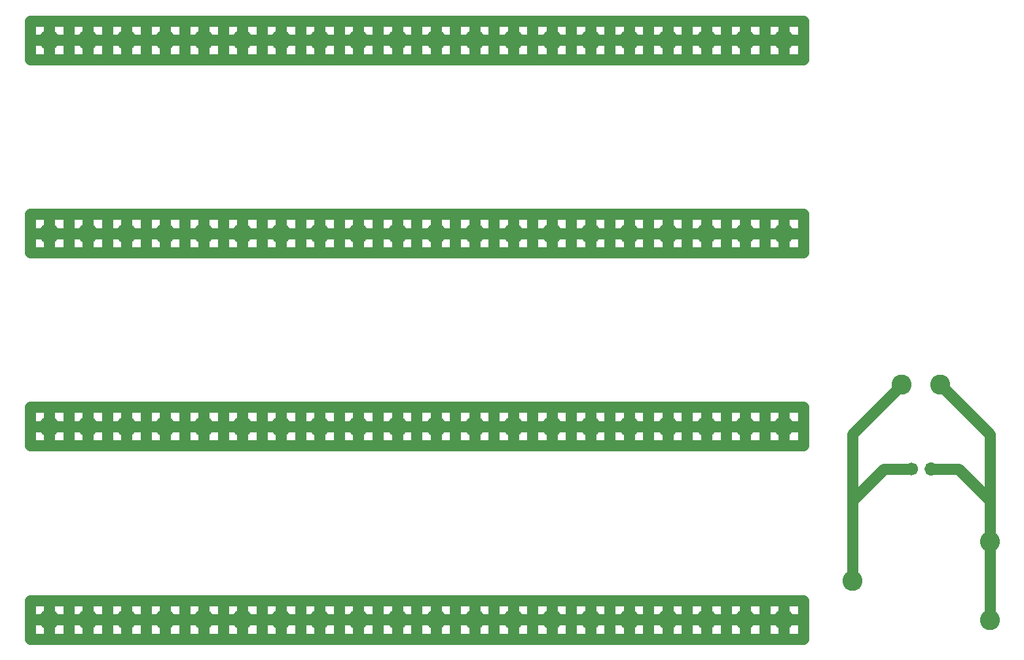
<source format=gbr>
G04 #@! TF.GenerationSoftware,KiCad,Pcbnew,7.0.7*
G04 #@! TF.CreationDate,2024-01-31T11:47:32+01:00*
G04 #@! TF.ProjectId,PartnerPDM,50617274-6e65-4725-9044-4d2e6b696361,rev?*
G04 #@! TF.SameCoordinates,Original*
G04 #@! TF.FileFunction,Copper,L2,Bot*
G04 #@! TF.FilePolarity,Positive*
%FSLAX46Y46*%
G04 Gerber Fmt 4.6, Leading zero omitted, Abs format (unit mm)*
G04 Created by KiCad (PCBNEW 7.0.7) date 2024-01-31 11:47:32*
%MOMM*%
%LPD*%
G01*
G04 APERTURE LIST*
G04 #@! TA.AperFunction,ComponentPad*
%ADD10C,2.600000*%
G04 #@! TD*
G04 #@! TA.AperFunction,ComponentPad*
%ADD11C,1.700000*%
G04 #@! TD*
G04 #@! TA.AperFunction,ComponentPad*
%ADD12O,1.700000X1.700000*%
G04 #@! TD*
G04 #@! TA.AperFunction,Conductor*
%ADD13C,1.400000*%
G04 #@! TD*
G04 #@! TA.AperFunction,Conductor*
%ADD14C,0.250000*%
G04 #@! TD*
G04 #@! TA.AperFunction,Conductor*
%ADD15C,0.000000*%
G04 #@! TD*
G04 APERTURE END LIST*
D10*
X125000000Y-47505000D03*
X120000000Y-47505000D03*
X115000000Y-47505000D03*
X110000000Y-47505000D03*
X65000000Y-47505000D03*
X60000000Y-47505000D03*
X55000000Y-47505000D03*
X50000000Y-47505000D03*
X105000000Y-47505000D03*
X100000000Y-47505000D03*
X95000000Y-47505000D03*
X90000000Y-47505000D03*
X145000000Y-47505000D03*
X140000000Y-47505000D03*
X135000000Y-47505000D03*
X130000000Y-47505000D03*
X85000000Y-47505000D03*
X80000000Y-47505000D03*
X75000000Y-47505000D03*
X70000000Y-47505000D03*
X125000000Y-72503333D03*
X120000000Y-72503333D03*
X115000000Y-72503333D03*
X110000000Y-72503333D03*
X65000000Y-72503333D03*
X60000000Y-72503333D03*
X55000000Y-72503333D03*
X50000000Y-72503333D03*
X85000000Y-72503333D03*
X80000000Y-72503333D03*
X75000000Y-72503333D03*
X70000000Y-72503333D03*
X145000000Y-72503333D03*
X140000000Y-72503333D03*
X135000000Y-72503333D03*
X130000000Y-72503333D03*
X105000000Y-72503333D03*
X100000000Y-72503333D03*
X95000000Y-72503333D03*
X90000000Y-72503333D03*
X125000000Y-97501666D03*
X120000000Y-97501666D03*
X115000000Y-97501666D03*
X110000000Y-97501666D03*
X85000000Y-97501666D03*
X80000000Y-97501666D03*
X75000000Y-97501666D03*
X70000000Y-97501666D03*
X105000000Y-97501666D03*
X100000000Y-97501666D03*
X95000000Y-97501666D03*
X90000000Y-97501666D03*
X165261521Y-92113750D03*
X160261521Y-92113750D03*
X105000000Y-122500000D03*
X100000000Y-122500000D03*
X95000000Y-122500000D03*
X90000000Y-122500000D03*
D11*
X161481521Y-103023750D03*
D12*
X164021521Y-103023750D03*
D10*
X145000000Y-97501666D03*
X140000000Y-97501666D03*
X135000000Y-97501666D03*
X130000000Y-97501666D03*
X65000000Y-97501666D03*
X60000000Y-97501666D03*
X55000000Y-97501666D03*
X50000000Y-97501666D03*
X85000000Y-122500000D03*
X80000000Y-122500000D03*
X75000000Y-122500000D03*
X70000000Y-122500000D03*
X145000000Y-122500000D03*
X140000000Y-122500000D03*
X135000000Y-122500000D03*
X130000000Y-122500000D03*
X153866521Y-117500000D03*
X171646521Y-122580000D03*
X171646521Y-112420000D03*
X65000000Y-122500000D03*
X60000000Y-122500000D03*
X55000000Y-122500000D03*
X50000000Y-122500000D03*
X125000000Y-122500000D03*
X120000000Y-122500000D03*
X115000000Y-122500000D03*
X110000000Y-122500000D03*
D13*
X145000000Y-45000000D02*
X145000000Y-47500000D01*
X50000000Y-47500000D02*
X145000000Y-47500000D01*
X47500000Y-47500000D02*
X47500000Y-45000000D01*
X132500000Y-50000000D02*
X132500000Y-45000000D01*
X132500000Y-50000000D02*
X130000000Y-50000000D01*
X135000000Y-50000000D02*
X132500000Y-50000000D01*
X90000000Y-50000000D02*
X90000000Y-45000000D01*
X50000000Y-50000000D02*
X47500000Y-50000000D01*
X142500000Y-45000000D02*
X145000000Y-45000000D01*
X140000000Y-45000000D02*
X142500000Y-45000000D01*
X47500000Y-45000000D02*
X50000000Y-45000000D01*
X47500000Y-50000000D02*
X47500000Y-47500000D01*
X62500000Y-45000000D02*
X67500000Y-45000000D01*
X75000000Y-50000000D02*
X72500000Y-50000000D01*
X50000000Y-45000000D02*
X52500000Y-45000000D01*
X85000000Y-50000000D02*
X82500000Y-50000000D01*
X140000000Y-50000000D02*
X137500000Y-50000000D01*
X52500000Y-50000000D02*
X50000000Y-50000000D01*
X60000000Y-50000000D02*
X60000000Y-45000000D01*
X82500000Y-45000000D02*
X85000000Y-45000000D01*
X70000000Y-50000000D02*
X67500000Y-50000000D01*
X120000000Y-50000000D02*
X120000000Y-45000000D01*
X147500000Y-50000000D02*
X147500000Y-47500000D01*
X57500000Y-45000000D02*
X62500000Y-45000000D01*
X62500000Y-50000000D02*
X62500000Y-45000000D01*
X62500000Y-50000000D02*
X52500000Y-50000000D01*
X72500000Y-45000000D02*
X75000000Y-45000000D01*
X67500000Y-50000000D02*
X67500000Y-45000000D01*
X145000000Y-50000000D02*
X142500000Y-50000000D01*
X52500000Y-45000000D02*
X55000000Y-45000000D01*
X57500000Y-50000000D02*
X55000000Y-50000000D01*
X147500000Y-47500000D02*
X145000000Y-47500000D01*
X147500000Y-50000000D02*
X145000000Y-50000000D01*
X67500000Y-45000000D02*
X70000000Y-45000000D01*
X77500000Y-45000000D02*
X80000000Y-45000000D01*
X70000000Y-45000000D02*
X72500000Y-45000000D01*
X147500000Y-45000000D02*
X145000000Y-45000000D01*
X137500000Y-50000000D02*
X137500000Y-45000000D01*
X50000000Y-47500000D02*
X47500000Y-47500000D01*
X135000000Y-45000000D02*
X137500000Y-45000000D01*
X80000000Y-50000000D02*
X77500000Y-50000000D01*
X55000000Y-45000000D02*
X57500000Y-45000000D01*
X57500000Y-50000000D02*
X57500000Y-45000000D01*
X82500000Y-50000000D02*
X80000000Y-50000000D01*
X67500000Y-50000000D02*
X65000000Y-50000000D01*
X112500000Y-50000000D02*
X112500000Y-45000000D01*
X120000000Y-50000000D02*
X117500000Y-50000000D01*
X142500000Y-50000000D02*
X142500000Y-45000000D01*
X107500000Y-50000000D02*
X107500000Y-45000000D01*
X130000000Y-50000000D02*
X130000000Y-45000000D01*
X77500000Y-50000000D02*
X77500000Y-45000000D01*
X92500000Y-50000000D02*
X92500000Y-45000000D01*
X87500000Y-50000000D02*
X87500000Y-45000000D01*
X52500000Y-50000000D02*
X52500000Y-45000000D01*
X87500000Y-50000000D02*
X85000000Y-50000000D01*
X140000000Y-50000000D02*
X140000000Y-45000000D01*
X110000000Y-45000000D02*
X112500000Y-45000000D01*
X137500000Y-50000000D02*
X135000000Y-50000000D01*
X65000000Y-50000000D02*
X65000000Y-45000000D01*
X117500000Y-45000000D02*
X120000000Y-45000000D01*
X117500000Y-50000000D02*
X115000000Y-50000000D01*
X102500000Y-45000000D02*
X105000000Y-45000000D01*
X102500000Y-50000000D02*
X102500000Y-45000000D01*
X107500000Y-45000000D02*
X110000000Y-45000000D01*
X115000000Y-45000000D02*
X117500000Y-45000000D01*
X110000000Y-50000000D02*
X107500000Y-50000000D01*
X147500000Y-47500000D02*
X147500000Y-45000000D01*
X95000000Y-50000000D02*
X95000000Y-45000000D01*
X92500000Y-45000000D02*
X97500000Y-45000000D01*
X117500000Y-50000000D02*
X117500000Y-45000000D01*
X80000000Y-45000000D02*
X82500000Y-45000000D01*
X85000000Y-45000000D02*
X87500000Y-45000000D01*
X107500000Y-50000000D02*
X105000000Y-50000000D01*
X100000000Y-50000000D02*
X97500000Y-50000000D01*
X87500000Y-45000000D02*
X90000000Y-45000000D01*
X90000000Y-50000000D02*
X87500000Y-50000000D01*
X82500000Y-50000000D02*
X82500000Y-45000000D01*
X80000000Y-50000000D02*
X80000000Y-45000000D01*
X105000000Y-50000000D02*
X105000000Y-45000000D01*
X92500000Y-50000000D02*
X90000000Y-50000000D01*
X122500000Y-50000000D02*
X120000000Y-50000000D01*
X100000000Y-45000000D02*
X102500000Y-45000000D01*
X142500000Y-50000000D02*
X140000000Y-50000000D01*
X115000000Y-50000000D02*
X115000000Y-45000000D01*
X85000000Y-50000000D02*
X85000000Y-45000000D01*
X112500000Y-50000000D02*
X110000000Y-50000000D01*
X70000000Y-50000000D02*
X70000000Y-45000000D01*
X120000000Y-45000000D02*
X122500000Y-45000000D01*
X97500000Y-45000000D02*
X100000000Y-45000000D01*
X122500000Y-45000000D02*
X125000000Y-45000000D01*
X110000000Y-50000000D02*
X110000000Y-45000000D01*
X105000000Y-50000000D02*
X102500000Y-50000000D01*
X125000000Y-50000000D02*
X125000000Y-45000000D01*
X130000000Y-45000000D02*
X132500000Y-45000000D01*
X115000000Y-50000000D02*
X112500000Y-50000000D01*
X72500000Y-50000000D02*
X72500000Y-45000000D01*
X95000000Y-50000000D02*
X92500000Y-50000000D01*
X102500000Y-50000000D02*
X100000000Y-50000000D01*
X135000000Y-50000000D02*
X135000000Y-45000000D01*
X50000000Y-50000000D02*
X50000000Y-45000000D01*
X127500000Y-45000000D02*
X130000000Y-45000000D01*
X97500000Y-50000000D02*
X97500000Y-45000000D01*
X125000000Y-50000000D02*
X122500000Y-50000000D01*
X112500000Y-45000000D02*
X115000000Y-45000000D01*
X55000000Y-50000000D02*
X55000000Y-45000000D01*
X127500000Y-50000000D02*
X127500000Y-45000000D01*
X75000000Y-45000000D02*
X77500000Y-45000000D01*
X97500000Y-50000000D02*
X95000000Y-50000000D01*
X75000000Y-50000000D02*
X75000000Y-45000000D01*
X132500000Y-45000000D02*
X135000000Y-45000000D01*
X125000000Y-45000000D02*
X127500000Y-45000000D01*
X105000000Y-45000000D02*
X107500000Y-45000000D01*
X130000000Y-50000000D02*
X127500000Y-50000000D01*
X137500000Y-45000000D02*
X140000000Y-45000000D01*
X127500000Y-50000000D02*
X125000000Y-50000000D01*
X77500000Y-50000000D02*
X75000000Y-50000000D01*
X65000000Y-50000000D02*
X60000000Y-50000000D01*
X100000000Y-50000000D02*
X100000000Y-45000000D01*
X122500000Y-50000000D02*
X122500000Y-45000000D01*
X90000000Y-45000000D02*
X92500000Y-45000000D01*
X145000000Y-50000000D02*
X145000000Y-47500000D01*
X60000000Y-50000000D02*
X57500000Y-50000000D01*
X72500000Y-50000000D02*
X70000000Y-50000000D01*
X145000000Y-70000000D02*
X145000000Y-72500000D01*
X50000000Y-72500000D02*
X145000000Y-72500000D01*
X47500000Y-72500000D02*
X47500000Y-70000000D01*
X132500000Y-75000000D02*
X132500000Y-70000000D01*
X132500000Y-75000000D02*
X130000000Y-75000000D01*
X135000000Y-75000000D02*
X132500000Y-75000000D01*
X90000000Y-75000000D02*
X90000000Y-70000000D01*
X50000000Y-75000000D02*
X47500000Y-75000000D01*
X142500000Y-70000000D02*
X145000000Y-70000000D01*
X140000000Y-70000000D02*
X142500000Y-70000000D01*
X47500000Y-70000000D02*
X50000000Y-70000000D01*
X47500000Y-75000000D02*
X47500000Y-72500000D01*
X62500000Y-70000000D02*
X67500000Y-70000000D01*
X75000000Y-75000000D02*
X72500000Y-75000000D01*
X50000000Y-70000000D02*
X52500000Y-70000000D01*
X85000000Y-75000000D02*
X82500000Y-75000000D01*
X140000000Y-75000000D02*
X137500000Y-75000000D01*
X52500000Y-75000000D02*
X50000000Y-75000000D01*
X60000000Y-75000000D02*
X60000000Y-70000000D01*
X82500000Y-70000000D02*
X85000000Y-70000000D01*
X70000000Y-75000000D02*
X67500000Y-75000000D01*
X120000000Y-75000000D02*
X120000000Y-70000000D01*
X147500000Y-75000000D02*
X147500000Y-72500000D01*
X57500000Y-70000000D02*
X62500000Y-70000000D01*
X62500000Y-75000000D02*
X62500000Y-70000000D01*
X62500000Y-75000000D02*
X52500000Y-75000000D01*
X72500000Y-70000000D02*
X75000000Y-70000000D01*
X67500000Y-75000000D02*
X67500000Y-70000000D01*
X145000000Y-75000000D02*
X142500000Y-75000000D01*
X52500000Y-70000000D02*
X55000000Y-70000000D01*
X57500000Y-75000000D02*
X55000000Y-75000000D01*
X147500000Y-72500000D02*
X145000000Y-72500000D01*
X147500000Y-75000000D02*
X145000000Y-75000000D01*
X67500000Y-70000000D02*
X70000000Y-70000000D01*
X77500000Y-70000000D02*
X80000000Y-70000000D01*
X70000000Y-70000000D02*
X72500000Y-70000000D01*
X147500000Y-70000000D02*
X145000000Y-70000000D01*
X137500000Y-75000000D02*
X137500000Y-70000000D01*
X50000000Y-72500000D02*
X47500000Y-72500000D01*
X135000000Y-70000000D02*
X137500000Y-70000000D01*
X80000000Y-75000000D02*
X77500000Y-75000000D01*
X55000000Y-70000000D02*
X57500000Y-70000000D01*
X57500000Y-75000000D02*
X57500000Y-70000000D01*
X82500000Y-75000000D02*
X80000000Y-75000000D01*
X67500000Y-75000000D02*
X65000000Y-75000000D01*
X112500000Y-75000000D02*
X112500000Y-70000000D01*
X120000000Y-75000000D02*
X117500000Y-75000000D01*
X142500000Y-75000000D02*
X142500000Y-70000000D01*
X107500000Y-75000000D02*
X107500000Y-70000000D01*
X130000000Y-75000000D02*
X130000000Y-70000000D01*
X77500000Y-75000000D02*
X77500000Y-70000000D01*
X92500000Y-75000000D02*
X92500000Y-70000000D01*
X87500000Y-75000000D02*
X87500000Y-70000000D01*
X52500000Y-75000000D02*
X52500000Y-70000000D01*
X87500000Y-75000000D02*
X85000000Y-75000000D01*
X140000000Y-75000000D02*
X140000000Y-70000000D01*
X110000000Y-70000000D02*
X112500000Y-70000000D01*
X137500000Y-75000000D02*
X135000000Y-75000000D01*
X65000000Y-75000000D02*
X65000000Y-70000000D01*
X117500000Y-70000000D02*
X120000000Y-70000000D01*
X117500000Y-75000000D02*
X115000000Y-75000000D01*
X102500000Y-70000000D02*
X105000000Y-70000000D01*
X102500000Y-75000000D02*
X102500000Y-70000000D01*
X107500000Y-70000000D02*
X110000000Y-70000000D01*
X115000000Y-70000000D02*
X117500000Y-70000000D01*
X110000000Y-75000000D02*
X107500000Y-75000000D01*
X147500000Y-72500000D02*
X147500000Y-70000000D01*
X95000000Y-75000000D02*
X95000000Y-70000000D01*
X92500000Y-70000000D02*
X97500000Y-70000000D01*
X117500000Y-75000000D02*
X117500000Y-70000000D01*
X80000000Y-70000000D02*
X82500000Y-70000000D01*
X85000000Y-70000000D02*
X87500000Y-70000000D01*
X107500000Y-75000000D02*
X105000000Y-75000000D01*
X100000000Y-75000000D02*
X97500000Y-75000000D01*
X87500000Y-70000000D02*
X90000000Y-70000000D01*
X90000000Y-75000000D02*
X87500000Y-75000000D01*
X82500000Y-75000000D02*
X82500000Y-70000000D01*
X80000000Y-75000000D02*
X80000000Y-70000000D01*
X105000000Y-75000000D02*
X105000000Y-70000000D01*
X92500000Y-75000000D02*
X90000000Y-75000000D01*
X122500000Y-75000000D02*
X120000000Y-75000000D01*
X100000000Y-70000000D02*
X102500000Y-70000000D01*
X142500000Y-75000000D02*
X140000000Y-75000000D01*
X115000000Y-75000000D02*
X115000000Y-70000000D01*
X85000000Y-75000000D02*
X85000000Y-70000000D01*
X112500000Y-75000000D02*
X110000000Y-75000000D01*
X70000000Y-75000000D02*
X70000000Y-70000000D01*
X120000000Y-70000000D02*
X122500000Y-70000000D01*
X97500000Y-70000000D02*
X100000000Y-70000000D01*
X122500000Y-70000000D02*
X125000000Y-70000000D01*
X110000000Y-75000000D02*
X110000000Y-70000000D01*
X105000000Y-75000000D02*
X102500000Y-75000000D01*
X125000000Y-75000000D02*
X125000000Y-70000000D01*
X130000000Y-70000000D02*
X132500000Y-70000000D01*
X115000000Y-75000000D02*
X112500000Y-75000000D01*
X72500000Y-75000000D02*
X72500000Y-70000000D01*
X95000000Y-75000000D02*
X92500000Y-75000000D01*
X102500000Y-75000000D02*
X100000000Y-75000000D01*
X135000000Y-75000000D02*
X135000000Y-70000000D01*
X50000000Y-75000000D02*
X50000000Y-70000000D01*
X127500000Y-70000000D02*
X130000000Y-70000000D01*
X97500000Y-75000000D02*
X97500000Y-70000000D01*
X125000000Y-75000000D02*
X122500000Y-75000000D01*
X112500000Y-70000000D02*
X115000000Y-70000000D01*
X55000000Y-75000000D02*
X55000000Y-70000000D01*
X127500000Y-75000000D02*
X127500000Y-70000000D01*
X75000000Y-70000000D02*
X77500000Y-70000000D01*
X97500000Y-75000000D02*
X95000000Y-75000000D01*
X75000000Y-75000000D02*
X75000000Y-70000000D01*
X132500000Y-70000000D02*
X135000000Y-70000000D01*
X125000000Y-70000000D02*
X127500000Y-70000000D01*
X105000000Y-70000000D02*
X107500000Y-70000000D01*
X130000000Y-75000000D02*
X127500000Y-75000000D01*
X137500000Y-70000000D02*
X140000000Y-70000000D01*
X127500000Y-75000000D02*
X125000000Y-75000000D01*
X77500000Y-75000000D02*
X75000000Y-75000000D01*
X65000000Y-75000000D02*
X60000000Y-75000000D01*
X100000000Y-75000000D02*
X100000000Y-70000000D01*
X122500000Y-75000000D02*
X122500000Y-70000000D01*
X90000000Y-70000000D02*
X92500000Y-70000000D01*
X145000000Y-75000000D02*
X145000000Y-72500000D01*
X60000000Y-75000000D02*
X57500000Y-75000000D01*
X72500000Y-75000000D02*
X70000000Y-75000000D01*
X145000000Y-95000000D02*
X145000000Y-97500000D01*
X50000000Y-97500000D02*
X145000000Y-97500000D01*
X47500000Y-97500000D02*
X47500000Y-95000000D01*
X132500000Y-100000000D02*
X132500000Y-95000000D01*
X132500000Y-100000000D02*
X130000000Y-100000000D01*
X135000000Y-100000000D02*
X132500000Y-100000000D01*
X90000000Y-100000000D02*
X90000000Y-95000000D01*
X50000000Y-100000000D02*
X47500000Y-100000000D01*
X142500000Y-95000000D02*
X145000000Y-95000000D01*
X140000000Y-95000000D02*
X142500000Y-95000000D01*
X47500000Y-95000000D02*
X50000000Y-95000000D01*
X47500000Y-100000000D02*
X47500000Y-97500000D01*
X62500000Y-95000000D02*
X67500000Y-95000000D01*
X75000000Y-100000000D02*
X72500000Y-100000000D01*
X50000000Y-95000000D02*
X52500000Y-95000000D01*
X85000000Y-100000000D02*
X82500000Y-100000000D01*
X140000000Y-100000000D02*
X137500000Y-100000000D01*
X52500000Y-100000000D02*
X50000000Y-100000000D01*
X60000000Y-100000000D02*
X60000000Y-95000000D01*
X82500000Y-95000000D02*
X85000000Y-95000000D01*
X70000000Y-100000000D02*
X67500000Y-100000000D01*
X120000000Y-100000000D02*
X120000000Y-95000000D01*
X147500000Y-100000000D02*
X147500000Y-97500000D01*
X57500000Y-95000000D02*
X62500000Y-95000000D01*
X62500000Y-100000000D02*
X62500000Y-95000000D01*
X62500000Y-100000000D02*
X52500000Y-100000000D01*
X72500000Y-95000000D02*
X75000000Y-95000000D01*
X67500000Y-100000000D02*
X67500000Y-95000000D01*
X145000000Y-100000000D02*
X142500000Y-100000000D01*
X52500000Y-95000000D02*
X55000000Y-95000000D01*
X57500000Y-100000000D02*
X55000000Y-100000000D01*
X147500000Y-97500000D02*
X145000000Y-97500000D01*
X147500000Y-100000000D02*
X145000000Y-100000000D01*
X67500000Y-95000000D02*
X70000000Y-95000000D01*
X77500000Y-95000000D02*
X80000000Y-95000000D01*
X70000000Y-95000000D02*
X72500000Y-95000000D01*
X147500000Y-95000000D02*
X145000000Y-95000000D01*
X137500000Y-100000000D02*
X137500000Y-95000000D01*
X50000000Y-97500000D02*
X47500000Y-97500000D01*
X135000000Y-95000000D02*
X137500000Y-95000000D01*
X80000000Y-100000000D02*
X77500000Y-100000000D01*
X55000000Y-95000000D02*
X57500000Y-95000000D01*
X57500000Y-100000000D02*
X57500000Y-95000000D01*
X82500000Y-100000000D02*
X80000000Y-100000000D01*
X67500000Y-100000000D02*
X65000000Y-100000000D01*
X112500000Y-100000000D02*
X112500000Y-95000000D01*
X120000000Y-100000000D02*
X117500000Y-100000000D01*
X142500000Y-100000000D02*
X142500000Y-95000000D01*
X107500000Y-100000000D02*
X107500000Y-95000000D01*
X130000000Y-100000000D02*
X130000000Y-95000000D01*
X77500000Y-100000000D02*
X77500000Y-95000000D01*
X92500000Y-100000000D02*
X92500000Y-95000000D01*
X87500000Y-100000000D02*
X87500000Y-95000000D01*
X52500000Y-100000000D02*
X52500000Y-95000000D01*
X87500000Y-100000000D02*
X85000000Y-100000000D01*
X140000000Y-100000000D02*
X140000000Y-95000000D01*
X110000000Y-95000000D02*
X112500000Y-95000000D01*
X137500000Y-100000000D02*
X135000000Y-100000000D01*
X65000000Y-100000000D02*
X65000000Y-95000000D01*
X117500000Y-95000000D02*
X120000000Y-95000000D01*
X117500000Y-100000000D02*
X115000000Y-100000000D01*
X102500000Y-95000000D02*
X105000000Y-95000000D01*
X102500000Y-100000000D02*
X102500000Y-95000000D01*
X107500000Y-95000000D02*
X110000000Y-95000000D01*
X115000000Y-95000000D02*
X117500000Y-95000000D01*
X110000000Y-100000000D02*
X107500000Y-100000000D01*
X147500000Y-97500000D02*
X147500000Y-95000000D01*
X95000000Y-100000000D02*
X95000000Y-95000000D01*
X92500000Y-95000000D02*
X97500000Y-95000000D01*
X117500000Y-100000000D02*
X117500000Y-95000000D01*
X80000000Y-95000000D02*
X82500000Y-95000000D01*
X85000000Y-95000000D02*
X87500000Y-95000000D01*
X107500000Y-100000000D02*
X105000000Y-100000000D01*
X100000000Y-100000000D02*
X97500000Y-100000000D01*
X87500000Y-95000000D02*
X90000000Y-95000000D01*
X90000000Y-100000000D02*
X87500000Y-100000000D01*
X82500000Y-100000000D02*
X82500000Y-95000000D01*
X80000000Y-100000000D02*
X80000000Y-95000000D01*
X105000000Y-100000000D02*
X105000000Y-95000000D01*
X92500000Y-100000000D02*
X90000000Y-100000000D01*
X122500000Y-100000000D02*
X120000000Y-100000000D01*
X100000000Y-95000000D02*
X102500000Y-95000000D01*
X142500000Y-100000000D02*
X140000000Y-100000000D01*
X115000000Y-100000000D02*
X115000000Y-95000000D01*
X85000000Y-100000000D02*
X85000000Y-95000000D01*
X112500000Y-100000000D02*
X110000000Y-100000000D01*
X70000000Y-100000000D02*
X70000000Y-95000000D01*
X120000000Y-95000000D02*
X122500000Y-95000000D01*
X97500000Y-95000000D02*
X100000000Y-95000000D01*
X122500000Y-95000000D02*
X125000000Y-95000000D01*
X110000000Y-100000000D02*
X110000000Y-95000000D01*
X105000000Y-100000000D02*
X102500000Y-100000000D01*
X125000000Y-100000000D02*
X125000000Y-95000000D01*
X130000000Y-95000000D02*
X132500000Y-95000000D01*
X115000000Y-100000000D02*
X112500000Y-100000000D01*
X72500000Y-100000000D02*
X72500000Y-95000000D01*
X95000000Y-100000000D02*
X92500000Y-100000000D01*
X102500000Y-100000000D02*
X100000000Y-100000000D01*
X135000000Y-100000000D02*
X135000000Y-95000000D01*
X50000000Y-100000000D02*
X50000000Y-95000000D01*
X127500000Y-95000000D02*
X130000000Y-95000000D01*
X97500000Y-100000000D02*
X97500000Y-95000000D01*
X125000000Y-100000000D02*
X122500000Y-100000000D01*
X112500000Y-95000000D02*
X115000000Y-95000000D01*
X55000000Y-100000000D02*
X55000000Y-95000000D01*
X127500000Y-100000000D02*
X127500000Y-95000000D01*
X75000000Y-95000000D02*
X77500000Y-95000000D01*
X97500000Y-100000000D02*
X95000000Y-100000000D01*
X75000000Y-100000000D02*
X75000000Y-95000000D01*
X132500000Y-95000000D02*
X135000000Y-95000000D01*
X125000000Y-95000000D02*
X127500000Y-95000000D01*
X105000000Y-95000000D02*
X107500000Y-95000000D01*
X130000000Y-100000000D02*
X127500000Y-100000000D01*
X137500000Y-95000000D02*
X140000000Y-95000000D01*
X127500000Y-100000000D02*
X125000000Y-100000000D01*
X77500000Y-100000000D02*
X75000000Y-100000000D01*
X65000000Y-100000000D02*
X60000000Y-100000000D01*
X100000000Y-100000000D02*
X100000000Y-95000000D01*
X122500000Y-100000000D02*
X122500000Y-95000000D01*
X90000000Y-95000000D02*
X92500000Y-95000000D01*
X145000000Y-100000000D02*
X145000000Y-97500000D01*
X60000000Y-100000000D02*
X57500000Y-100000000D01*
X72500000Y-100000000D02*
X70000000Y-100000000D01*
X50000000Y-122500000D02*
X47500000Y-122500000D01*
X47500000Y-122500000D02*
X47500000Y-120000000D01*
X47500000Y-125000000D02*
X47500000Y-122500000D01*
X47500000Y-120000000D02*
X50000000Y-120000000D01*
X50000000Y-125000000D02*
X47500000Y-125000000D01*
X145000000Y-125000000D02*
X145000000Y-122500000D01*
X145000000Y-125000000D02*
X142500000Y-125000000D01*
X147500000Y-125000000D02*
X145000000Y-125000000D01*
X147500000Y-122500000D02*
X145000000Y-122500000D01*
X147500000Y-122500000D02*
X147500000Y-120000000D01*
X147500000Y-125000000D02*
X147500000Y-122500000D01*
X147500000Y-120000000D02*
X145000000Y-120000000D01*
X52500000Y-125000000D02*
X52500000Y-120000000D01*
X52500000Y-120000000D02*
X55000000Y-120000000D01*
X50000000Y-120000000D02*
X52500000Y-120000000D01*
X52500000Y-125000000D02*
X50000000Y-125000000D01*
X62500000Y-125000000D02*
X52500000Y-125000000D01*
X57500000Y-120000000D02*
X62500000Y-120000000D01*
X55000000Y-120000000D02*
X57500000Y-120000000D01*
X57500000Y-125000000D02*
X57500000Y-120000000D01*
X57500000Y-125000000D02*
X55000000Y-125000000D01*
X60000000Y-125000000D02*
X57500000Y-125000000D01*
X62500000Y-125000000D02*
X62500000Y-120000000D01*
X62500000Y-120000000D02*
X67500000Y-120000000D01*
X67500000Y-125000000D02*
X67500000Y-120000000D01*
X67500000Y-125000000D02*
X65000000Y-125000000D01*
X67500000Y-120000000D02*
X70000000Y-120000000D01*
X70000000Y-125000000D02*
X67500000Y-125000000D01*
X72500000Y-125000000D02*
X72500000Y-120000000D01*
X72500000Y-120000000D02*
X75000000Y-120000000D01*
X70000000Y-120000000D02*
X72500000Y-120000000D01*
X72500000Y-125000000D02*
X70000000Y-125000000D01*
X75000000Y-125000000D02*
X72500000Y-125000000D01*
X77500000Y-125000000D02*
X77500000Y-120000000D01*
X77500000Y-120000000D02*
X80000000Y-120000000D01*
X75000000Y-120000000D02*
X77500000Y-120000000D01*
X77500000Y-125000000D02*
X75000000Y-125000000D01*
X80000000Y-125000000D02*
X77500000Y-125000000D01*
X82500000Y-120000000D02*
X85000000Y-120000000D01*
X80000000Y-120000000D02*
X82500000Y-120000000D01*
X82500000Y-125000000D02*
X80000000Y-125000000D01*
X85000000Y-125000000D02*
X82500000Y-125000000D01*
X82500000Y-125000000D02*
X82500000Y-120000000D01*
X87500000Y-125000000D02*
X87500000Y-120000000D01*
X85000000Y-120000000D02*
X87500000Y-120000000D01*
X87500000Y-120000000D02*
X90000000Y-120000000D01*
X87500000Y-125000000D02*
X85000000Y-125000000D01*
X90000000Y-125000000D02*
X87500000Y-125000000D01*
X90000000Y-120000000D02*
X92500000Y-120000000D01*
X92500000Y-120000000D02*
X97500000Y-120000000D01*
X92500000Y-125000000D02*
X90000000Y-125000000D01*
X95000000Y-125000000D02*
X92500000Y-125000000D01*
X92500000Y-125000000D02*
X92500000Y-120000000D01*
X97500000Y-125000000D02*
X97500000Y-120000000D01*
X97500000Y-120000000D02*
X100000000Y-120000000D01*
X97500000Y-125000000D02*
X95000000Y-125000000D01*
X100000000Y-125000000D02*
X97500000Y-125000000D01*
X100000000Y-120000000D02*
X102500000Y-120000000D01*
X102500000Y-120000000D02*
X105000000Y-120000000D01*
X102500000Y-125000000D02*
X100000000Y-125000000D01*
X105000000Y-125000000D02*
X102500000Y-125000000D01*
X102500000Y-125000000D02*
X102500000Y-120000000D01*
X105000000Y-120000000D02*
X107500000Y-120000000D01*
X107500000Y-125000000D02*
X107500000Y-120000000D01*
X107500000Y-125000000D02*
X105000000Y-125000000D01*
X107500000Y-120000000D02*
X110000000Y-120000000D01*
X110000000Y-125000000D02*
X107500000Y-125000000D01*
X112500000Y-125000000D02*
X112500000Y-120000000D01*
X110000000Y-120000000D02*
X112500000Y-120000000D01*
X112500000Y-125000000D02*
X110000000Y-125000000D01*
X112500000Y-120000000D02*
X115000000Y-120000000D01*
X115000000Y-125000000D02*
X112500000Y-125000000D01*
X117500000Y-125000000D02*
X117500000Y-120000000D01*
X117500000Y-120000000D02*
X120000000Y-120000000D01*
X115000000Y-120000000D02*
X117500000Y-120000000D01*
X117500000Y-125000000D02*
X115000000Y-125000000D01*
X120000000Y-125000000D02*
X117500000Y-125000000D01*
X122500000Y-125000000D02*
X122500000Y-120000000D01*
X122500000Y-120000000D02*
X125000000Y-120000000D01*
X122500000Y-125000000D02*
X120000000Y-125000000D01*
X120000000Y-120000000D02*
X122500000Y-120000000D01*
X125000000Y-125000000D02*
X122500000Y-125000000D01*
X127500000Y-125000000D02*
X127500000Y-120000000D01*
X127500000Y-120000000D02*
X130000000Y-120000000D01*
X125000000Y-120000000D02*
X127500000Y-120000000D01*
X127500000Y-125000000D02*
X125000000Y-125000000D01*
X130000000Y-125000000D02*
X127500000Y-125000000D01*
X50000000Y-125000000D02*
X50000000Y-120000000D01*
X55000000Y-125000000D02*
X55000000Y-120000000D01*
X60000000Y-125000000D02*
X60000000Y-120000000D01*
X65000000Y-125000000D02*
X65000000Y-120000000D01*
X70000000Y-125000000D02*
X70000000Y-120000000D01*
X75000000Y-125000000D02*
X75000000Y-120000000D01*
X80000000Y-125000000D02*
X80000000Y-120000000D01*
X85000000Y-125000000D02*
X85000000Y-120000000D01*
X90000000Y-125000000D02*
X90000000Y-120000000D01*
X95000000Y-125000000D02*
X95000000Y-120000000D01*
X100000000Y-125000000D02*
X100000000Y-120000000D01*
X105000000Y-125000000D02*
X105000000Y-120000000D01*
X110000000Y-125000000D02*
X110000000Y-120000000D01*
X115000000Y-125000000D02*
X115000000Y-120000000D01*
X120000000Y-125000000D02*
X120000000Y-120000000D01*
X125000000Y-125000000D02*
X125000000Y-120000000D01*
X130000000Y-125000000D02*
X130000000Y-120000000D01*
X132500000Y-120000000D02*
X135000000Y-120000000D01*
X130000000Y-120000000D02*
X132500000Y-120000000D01*
X132500000Y-125000000D02*
X132500000Y-120000000D01*
X132500000Y-125000000D02*
X130000000Y-125000000D01*
X135000000Y-125000000D02*
X132500000Y-125000000D01*
X137500000Y-125000000D02*
X137500000Y-120000000D01*
X137500000Y-120000000D02*
X140000000Y-120000000D01*
X135000000Y-120000000D02*
X137500000Y-120000000D01*
X137500000Y-125000000D02*
X135000000Y-125000000D01*
X140000000Y-125000000D02*
X137500000Y-125000000D01*
X142500000Y-125000000D02*
X142500000Y-120000000D01*
X142500000Y-120000000D02*
X145000000Y-120000000D01*
X140000000Y-120000000D02*
X142500000Y-120000000D01*
X142500000Y-125000000D02*
X140000000Y-125000000D01*
X135000000Y-125000000D02*
X135000000Y-120000000D01*
X167556521Y-103023750D02*
X171646521Y-107113750D01*
X145000000Y-120000000D02*
X145000000Y-122500000D01*
X153871521Y-117801250D02*
X153871521Y-107113750D01*
X171646521Y-107113750D02*
X171646521Y-98498750D01*
X140000000Y-125000000D02*
X140000000Y-120000000D01*
X164021521Y-103023750D02*
X167556521Y-103023750D01*
X171646521Y-122580000D02*
X171646521Y-107113750D01*
X50000000Y-122500000D02*
X145000000Y-122500000D01*
D14*
X153866521Y-111961163D02*
X153866206Y-111960848D01*
D15*
X153866521Y-117806250D02*
X153866521Y-117113750D01*
D13*
X153866521Y-117806250D02*
X153871521Y-117801250D01*
X157961521Y-103023750D02*
X153871521Y-107113750D01*
X153871521Y-98503750D02*
X160261521Y-92113750D01*
X161481521Y-103023750D02*
X157961521Y-103023750D01*
X153871521Y-107113750D02*
X153871521Y-98503750D01*
X65000000Y-125000000D02*
X60000000Y-125000000D01*
X171646521Y-98498750D02*
X165261521Y-92113750D01*
M02*

</source>
